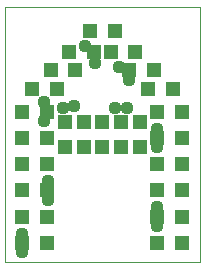
<source format=gts>
G75*
%MOIN*%
%OFA0B0*%
%FSLAX24Y24*%
%IPPOS*%
%LPD*%
%AMOC8*
5,1,8,0,0,1.08239X$1,22.5*
%
%ADD10C,0.0000*%
%ADD11R,0.0512X0.0512*%
%ADD12C,0.0440*%
D10*
X002392Y002517D02*
X002392Y011017D01*
X008892Y011017D01*
X008892Y002517D01*
X002392Y002517D01*
D11*
X002978Y003142D03*
X003805Y003142D03*
X003805Y004017D03*
X002978Y004017D03*
X002978Y004892D03*
X003805Y004892D03*
X003805Y005767D03*
X004392Y006353D03*
X005017Y006353D03*
X005642Y006353D03*
X006267Y006353D03*
X006892Y006353D03*
X007478Y006642D03*
X006892Y007180D03*
X007478Y007517D03*
X007166Y008267D03*
X007368Y008892D03*
X007993Y008267D03*
X008305Y007517D03*
X008305Y006642D03*
X008305Y005767D03*
X008305Y004892D03*
X007478Y004892D03*
X007478Y005767D03*
X006267Y007180D03*
X005642Y007180D03*
X005017Y007180D03*
X004392Y007180D03*
X003805Y007517D03*
X004118Y008267D03*
X003916Y008892D03*
X004541Y009517D03*
X004743Y008892D03*
X005368Y009517D03*
X005916Y009517D03*
X006055Y010204D03*
X005228Y010204D03*
X006541Y008892D03*
X006743Y009517D03*
X003805Y006642D03*
X002978Y006642D03*
X002978Y007517D03*
X003291Y008267D03*
X002978Y005767D03*
X007478Y004017D03*
X007478Y003142D03*
X008305Y003142D03*
X008305Y004017D03*
D12*
X007454Y004329D03*
X007454Y003704D03*
X007454Y006329D03*
X007454Y006954D03*
X006454Y007642D03*
X006079Y007642D03*
X006517Y008579D03*
X006204Y009017D03*
X005392Y009142D03*
X005079Y009704D03*
X003704Y007829D03*
X003704Y007204D03*
X004329Y007642D03*
X004704Y007704D03*
X003829Y005204D03*
X003829Y004579D03*
X002954Y003454D03*
X002954Y002829D03*
M02*

</source>
